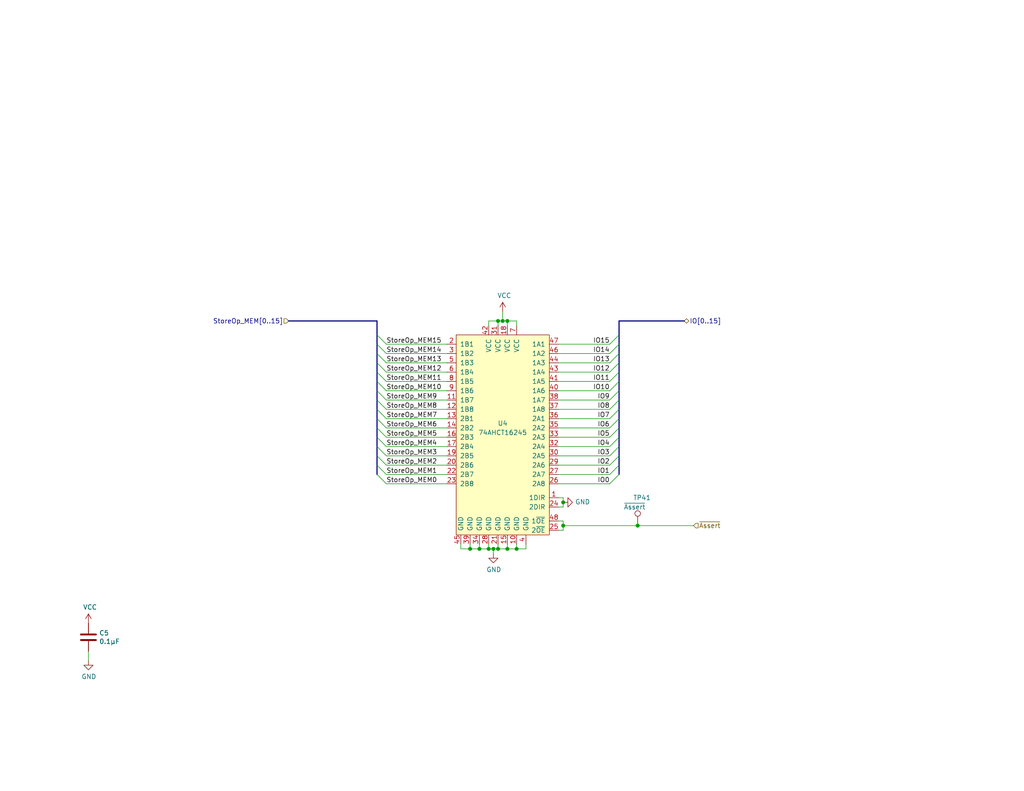
<source format=kicad_sch>
(kicad_sch (version 20250114) (generator "eeschema") (generator_version "9.0")
  (paper "USLetter")
  (title_block (title "MEM: Buffer StoreOp") (date "2023-11-07") (rev "D") (comment 3 "This allows peripheral devices to assert their own value to the bus during a Load.") (comment 4 "The store operand can be disconnected from the system memory bus via tristate outputs."))
  (lib_symbols
    (symbol "74xx (kicad5):74AHCT16245_ba" (pin_names (offset 1.016))
      (property "Reference" "U" (at 0 1.27 0))
      (property "Value" "74AHCT16245_ba" (at 0 -1.27 0))
      (symbol "74AHCT16245_ba_0_1"
        (rectangle (start -12.7 26.67) (end 12.7 -27.94) (fill (type background)))
      )
      (symbol "74AHCT16245_ba_1_1"
        (pin tri_state line (at -15.24 24.13 0) (length 2.54) (name "1A1") (number "47"))
        (pin tri_state line (at -15.24 21.59 0) (length 2.54) (name "1A2") (number "46"))
        (pin tri_state line (at -15.24 19.05 0) (length 2.54) (name "1A3") (number "44"))
        (pin tri_state line (at -15.24 16.51 0) (length 2.54) (name "1A4") (number "43"))
        (pin tri_state line (at -15.24 13.97 0) (length 2.54) (name "1A5") (number "41"))
        (pin tri_state line (at -15.24 11.43 0) (length 2.54) (name "1A6") (number "40"))
        (pin tri_state line (at -15.24 8.89 0) (length 2.54) (name "1A7") (number "38"))
        (pin tri_state line (at -15.24 6.35 0) (length 2.54) (name "1A8") (number "37"))
        (pin tri_state line (at -15.24 3.81 0) (length 2.54) (name "2A1") (number "36"))
        (pin tri_state line (at -15.24 1.27 0) (length 2.54) (name "2A2") (number "35"))
        (pin tri_state line (at -15.24 -1.27 0) (length 2.54) (name "2A3") (number "33"))
        (pin tri_state line (at -15.24 -3.81 0) (length 2.54) (name "2A4") (number "32"))
        (pin tri_state line (at -15.24 -6.35 0) (length 2.54) (name "2A5") (number "30"))
        (pin tri_state line (at -15.24 -8.89 0) (length 2.54) (name "2A6") (number "29"))
        (pin tri_state line (at -15.24 -11.43 0) (length 2.54) (name "2A7") (number "27"))
        (pin tri_state line (at -15.24 -13.97 0) (length 2.54) (name "2A8") (number "26"))
        (pin input line (at -15.24 -17.78 0) (length 2.54) (name "1DIR") (number "1"))
        (pin input line (at -15.24 -20.32 0) (length 2.54) (name "2DIR") (number "24"))
        (pin input line (at -15.24 -24.13 0) (length 2.54) (name "1~{OE}") (number "48"))
        (pin input line (at -15.24 -26.67 0) (length 2.54) (name "2~{OE}") (number "25"))
        (pin power_in line (at -6.35 -30.48 90) (length 2.54) (name "GND") (number "4"))
        (pin power_in line (at -3.81 29.21 270) (length 2.54) (name "VCC") (number "7"))
        (pin power_in line (at -3.81 -30.48 90) (length 2.54) (name "GND") (number "10"))
        (pin power_in line (at -1.27 29.21 270) (length 2.54) (name "VCC") (number "18"))
        (pin power_in line (at -1.27 -30.48 90) (length 2.54) (name "GND") (number "15"))
        (pin power_in line (at 1.27 29.21 270) (length 2.54) (name "VCC") (number "31"))
        (pin power_in line (at 1.27 -30.48 90) (length 2.54) (name "GND") (number "21"))
        (pin power_in line (at 3.81 29.21 270) (length 2.54) (name "VCC") (number "42"))
        (pin power_in line (at 3.81 -30.48 90) (length 2.54) (name "GND") (number "28"))
        (pin power_in line (at 6.35 -30.48 90) (length 2.54) (name "GND") (number "34"))
        (pin power_in line (at 8.89 -30.48 90) (length 2.54) (name "GND") (number "39"))
        (pin power_in line (at 11.43 -30.48 90) (length 2.54) (name "GND") (number "45"))
        (pin input line (at 15.24 24.13 180) (length 2.54) (name "1B1") (number "2"))
        (pin input line (at 15.24 21.59 180) (length 2.54) (name "1B2") (number "3"))
        (pin input line (at 15.24 19.05 180) (length 2.54) (name "1B3") (number "5"))
        (pin input line (at 15.24 16.51 180) (length 2.54) (name "1B4") (number "6"))
        (pin input line (at 15.24 13.97 180) (length 2.54) (name "1B5") (number "8"))
        (pin input line (at 15.24 11.43 180) (length 2.54) (name "1B6") (number "9"))
        (pin input line (at 15.24 8.89 180) (length 2.54) (name "1B7") (number "11"))
        (pin input line (at 15.24 6.35 180) (length 2.54) (name "1B8") (number "12"))
        (pin input line (at 15.24 3.81 180) (length 2.54) (name "2B1") (number "13"))
        (pin input line (at 15.24 1.27 180) (length 2.54) (name "2B2") (number "14"))
        (pin input line (at 15.24 -1.27 180) (length 2.54) (name "2B3") (number "16"))
        (pin input line (at 15.24 -3.81 180) (length 2.54) (name "2B4") (number "17"))
        (pin input line (at 15.24 -6.35 180) (length 2.54) (name "2B5") (number "19"))
        (pin input line (at 15.24 -8.89 180) (length 2.54) (name "2B6") (number "20"))
        (pin input line (at 15.24 -11.43 180) (length 2.54) (name "2B7") (number "22"))
        (pin input line (at 15.24 -13.97 180) (length 2.54) (name "2B8") (number "23"))
      )
    )
    (symbol "Connector:TestPoint" (pin_numbers (hide yes)) (pin_names (offset 0.762) (hide yes))
      (property "Reference" "TP" (at 0 6.858 0))
      (property "Value" "TestPoint" (at 0 5.08 0))
      (symbol "TestPoint_0_1"
        (circle (center 0 3.302) (radius 0.762))
      )
      (symbol "TestPoint_1_1"
        (pin passive line (at 0 0 90) (length 2.54) (name "1") (number "1"))
      )
    )
    (symbol "Device:C" (pin_numbers (hide yes)) (pin_names (offset 0.254))
      (property "Reference" "C" (at 0.635 2.54 0))
      (property "Value" "C" (at 0.635 -2.54 0))
      (symbol "C_0_1"
        (polyline (pts (xy -2.032 0.762) (xy 2.032 0.762)) (stroke (width 0.508)))
        (polyline (pts (xy -2.032 -0.762) (xy 2.032 -0.762)) (stroke (width 0.508)))
      )
      (symbol "C_1_1"
        (pin passive line (at 0 3.81 270) (length 2.794) (name "~") (number "1"))
        (pin passive line (at 0 -3.81 90) (length 2.794) (name "~") (number "2"))
      )
    )
    (symbol "power:GND" (power) (pin_names (offset 0))
      (property "Value" "GND" (at 0 -3.81 0))
      (symbol "GND_0_1"
        (polyline (pts (xy 0 0) (xy 0 -1.27) (xy 1.27 -1.27) (xy 0 -2.54) (xy -1.27 -1.27) (xy 0 -1.27)))
      )
      (symbol "GND_1_1"
        (pin power_in line (at 0 0 270) (length 0) (hide yes) (name "GND") (number "1"))
      )
    )
    (symbol "power:VCC" (power) (pin_names (offset 0))
      (property "Value" "VCC" (at 0 3.81 0))
      (symbol "VCC_0_1"
        (polyline (pts (xy -0.762 1.27) (xy 0 2.54)))
        (polyline (pts (xy 0 2.54) (xy 0.762 1.27)))
        (polyline (pts (xy 0 0) (xy 0 2.54)))
      )
      (symbol "VCC_1_1"
        (pin power_in line (at 0 0 90) (length 0) (hide yes) (name "VCC") (number "1"))
      )
    )
  )
  (junction (at 153.67 143.51))
  (junction (at 135.89 87.63))
  (junction (at 173.99 143.51))
  (junction (at 133.35 149.86))
  (junction (at 134.62 149.86))
  (junction (at 153.67 137.16))
  (junction (at 138.43 149.86))
  (junction (at 138.43 87.63))
  (junction (at 140.97 149.86))
  (junction (at 130.81 149.86))
  (junction (at 135.89 149.86))
  (junction (at 137.16 87.63))
  (junction (at 128.27 149.86))
  (bus_entry (at 105.41 111.76) (size -2.54 -2.54))
  (bus_entry (at 105.41 99.06) (size -2.54 -2.54))
  (bus_entry (at 166.37 111.76) (size 2.54 -2.54))
  (bus_entry (at 105.41 106.68) (size -2.54 -2.54))
  (bus_entry (at 166.37 116.84) (size 2.54 -2.54))
  (bus_entry (at 166.37 96.52) (size 2.54 -2.54))
  (bus_entry (at 105.41 114.3) (size -2.54 -2.54))
  (bus_entry (at 105.41 119.38) (size -2.54 -2.54))
  (bus_entry (at 166.37 121.92) (size 2.54 -2.54))
  (bus_entry (at 105.41 116.84) (size -2.54 -2.54))
  (bus_entry (at 166.37 106.68) (size 2.54 -2.54))
  (bus_entry (at 166.37 104.14) (size 2.54 -2.54))
  (bus_entry (at 105.41 121.92) (size -2.54 -2.54))
  (bus_entry (at 166.37 101.6) (size 2.54 -2.54))
  (bus_entry (at 166.37 132.08) (size 2.54 -2.54))
  (bus_entry (at 166.37 93.98) (size 2.54 -2.54))
  (bus_entry (at 166.37 114.3) (size 2.54 -2.54))
  (bus_entry (at 166.37 124.46) (size 2.54 -2.54))
  (bus_entry (at 105.41 101.6) (size -2.54 -2.54))
  (bus_entry (at 105.41 129.54) (size -2.54 -2.54))
  (bus_entry (at 166.37 119.38) (size 2.54 -2.54))
  (bus_entry (at 166.37 127) (size 2.54 -2.54))
  (bus_entry (at 105.41 124.46) (size -2.54 -2.54))
  (bus_entry (at 105.41 127) (size -2.54 -2.54))
  (bus_entry (at 105.41 93.98) (size -2.54 -2.54))
  (bus_entry (at 105.41 104.14) (size -2.54 -2.54))
  (bus_entry (at 105.41 132.08) (size -2.54 -2.54))
  (bus_entry (at 166.37 99.06) (size 2.54 -2.54))
  (bus_entry (at 105.41 96.52) (size -2.54 -2.54))
  (bus_entry (at 105.41 109.22) (size -2.54 -2.54))
  (bus_entry (at 166.37 129.54) (size 2.54 -2.54))
  (bus_entry (at 166.37 109.22) (size 2.54 -2.54))
  (wire (pts (xy 105.41 111.76) (xy 121.92 111.76)))
  (wire (pts (xy 135.89 148.59) (xy 135.89 149.86)))
  (wire (pts (xy 135.89 87.63) (xy 137.16 87.63)))
  (bus (pts (xy 168.91 109.22) (xy 168.91 111.76)))
  (wire (pts (xy 125.73 148.59) (xy 125.73 149.86)))
  (wire (pts (xy 166.37 101.6) (xy 152.4 101.6)))
  (wire (pts (xy 153.67 143.51) (xy 153.67 144.78)))
  (wire (pts (xy 166.37 109.22) (xy 152.4 109.22)))
  (wire (pts (xy 166.37 119.38) (xy 152.4 119.38)))
  (wire (pts (xy 153.67 142.24) (xy 153.67 143.51)))
  (wire (pts (xy 137.16 87.63) (xy 137.16 85.09)))
  (wire (pts (xy 152.4 135.89) (xy 153.67 135.89)))
  (wire (pts (xy 143.51 149.86) (xy 143.51 148.59)))
  (bus (pts (xy 168.91 127) (xy 168.91 129.54)))
  (wire (pts (xy 105.41 124.46) (xy 121.92 124.46)))
  (wire (pts (xy 105.41 101.6) (xy 121.92 101.6)))
  (wire (pts (xy 105.41 106.68) (xy 121.92 106.68)))
  (wire (pts (xy 138.43 149.86) (xy 140.97 149.86)))
  (wire (pts (xy 135.89 88.9) (xy 135.89 87.63)))
  (wire (pts (xy 105.41 132.08) (xy 121.92 132.08)))
  (wire (pts (xy 134.62 149.86) (xy 134.62 151.13)))
  (wire (pts (xy 153.67 143.51) (xy 173.99 143.51)))
  (wire (pts (xy 105.41 129.54) (xy 121.92 129.54)))
  (bus (pts (xy 102.87 87.63) (xy 78.74 87.63)))
  (bus (pts (xy 168.91 101.6) (xy 168.91 104.14)))
  (wire (pts (xy 140.97 148.59) (xy 140.97 149.86)))
  (wire (pts (xy 166.37 127) (xy 152.4 127)))
  (wire (pts (xy 166.37 116.84) (xy 152.4 116.84)))
  (bus (pts (xy 168.91 124.46) (xy 168.91 127)))
  (wire (pts (xy 134.62 149.86) (xy 135.89 149.86)))
  (bus (pts (xy 102.87 96.52) (xy 102.87 99.06)))
  (wire (pts (xy 166.37 114.3) (xy 152.4 114.3)))
  (wire (pts (xy 128.27 149.86) (xy 130.81 149.86)))
  (bus (pts (xy 102.87 124.46) (xy 102.87 127)))
  (wire (pts (xy 130.81 148.59) (xy 130.81 149.86)))
  (wire (pts (xy 153.67 144.78) (xy 152.4 144.78)))
  (bus (pts (xy 102.87 114.3) (xy 102.87 116.84)))
  (bus (pts (xy 102.87 119.38) (xy 102.87 121.92)))
  (bus (pts (xy 102.87 104.14) (xy 102.87 106.68)))
  (bus (pts (xy 168.91 104.14) (xy 168.91 106.68)))
  (bus (pts (xy 102.87 91.44) (xy 102.87 93.98)))
  (wire (pts (xy 153.67 138.43) (xy 152.4 138.43)))
  (bus (pts (xy 168.91 116.84) (xy 168.91 119.38)))
  (bus (pts (xy 102.87 99.06) (xy 102.87 101.6)))
  (bus (pts (xy 102.87 116.84) (xy 102.87 119.38)))
  (bus (pts (xy 168.91 106.68) (xy 168.91 109.22)))
  (wire (pts (xy 105.41 119.38) (xy 121.92 119.38)))
  (bus (pts (xy 168.91 87.63) (xy 168.91 91.44)))
  (wire (pts (xy 105.41 116.84) (xy 121.92 116.84)))
  (wire (pts (xy 166.37 99.06) (xy 152.4 99.06)))
  (wire (pts (xy 105.41 104.14) (xy 121.92 104.14)))
  (wire (pts (xy 153.67 137.16) (xy 153.67 138.43)))
  (bus (pts (xy 168.91 96.52) (xy 168.91 99.06)))
  (wire (pts (xy 105.41 93.98) (xy 121.92 93.98)))
  (wire (pts (xy 166.37 93.98) (xy 152.4 93.98)))
  (wire (pts (xy 133.35 87.63) (xy 135.89 87.63)))
  (bus (pts (xy 102.87 109.22) (xy 102.87 111.76)))
  (wire (pts (xy 105.41 96.52) (xy 121.92 96.52)))
  (bus (pts (xy 102.87 111.76) (xy 102.87 114.3)))
  (wire (pts (xy 138.43 87.63) (xy 140.97 87.63)))
  (bus (pts (xy 102.87 121.92) (xy 102.87 124.46)))
  (bus (pts (xy 168.91 93.98) (xy 168.91 96.52)))
  (bus (pts (xy 168.91 121.92) (xy 168.91 124.46)))
  (bus (pts (xy 102.87 101.6) (xy 102.87 104.14)))
  (wire (pts (xy 105.41 99.06) (xy 121.92 99.06)))
  (wire (pts (xy 133.35 149.86) (xy 134.62 149.86)))
  (wire (pts (xy 105.41 127) (xy 121.92 127)))
  (wire (pts (xy 133.35 148.59) (xy 133.35 149.86)))
  (wire (pts (xy 166.37 104.14) (xy 152.4 104.14)))
  (bus (pts (xy 168.91 87.63) (xy 186.69 87.63)))
  (wire (pts (xy 166.37 96.52) (xy 152.4 96.52)))
  (wire (pts (xy 138.43 87.63) (xy 138.43 88.9)))
  (wire (pts (xy 166.37 132.08) (xy 152.4 132.08)))
  (bus (pts (xy 102.87 87.63) (xy 102.87 91.44)))
  (bus (pts (xy 102.87 106.68) (xy 102.87 109.22)))
  (bus (pts (xy 168.91 91.44) (xy 168.91 93.98)))
  (wire (pts (xy 166.37 106.68) (xy 152.4 106.68)))
  (wire (pts (xy 133.35 88.9) (xy 133.35 87.63)))
  (wire (pts (xy 125.73 149.86) (xy 128.27 149.86)))
  (wire (pts (xy 140.97 149.86) (xy 143.51 149.86)))
  (bus (pts (xy 168.91 119.38) (xy 168.91 121.92)))
  (wire (pts (xy 166.37 121.92) (xy 152.4 121.92)))
  (wire (pts (xy 128.27 148.59) (xy 128.27 149.86)))
  (wire (pts (xy 138.43 148.59) (xy 138.43 149.86)))
  (wire (pts (xy 137.16 87.63) (xy 138.43 87.63)))
  (bus (pts (xy 102.87 127) (xy 102.87 129.54)))
  (wire (pts (xy 24.13 180.34) (xy 24.13 177.8)))
  (wire (pts (xy 105.41 114.3) (xy 121.92 114.3)))
  (bus (pts (xy 102.87 93.98) (xy 102.87 96.52)))
  (bus (pts (xy 168.91 114.3) (xy 168.91 116.84)))
  (wire (pts (xy 166.37 124.46) (xy 152.4 124.46)))
  (wire (pts (xy 153.67 135.89) (xy 153.67 137.16)))
  (wire (pts (xy 173.99 143.51) (xy 189.23 143.51)))
  (wire (pts (xy 166.37 129.54) (xy 152.4 129.54)))
  (wire (pts (xy 130.81 149.86) (xy 133.35 149.86)))
  (wire (pts (xy 140.97 87.63) (xy 140.97 88.9)))
  (bus (pts (xy 168.91 111.76) (xy 168.91 114.3)))
  (wire (pts (xy 152.4 142.24) (xy 153.67 142.24)))
  (bus (pts (xy 168.91 99.06) (xy 168.91 101.6)))
  (wire (pts (xy 105.41 121.92) (xy 121.92 121.92)))
  (wire (pts (xy 166.37 111.76) (xy 152.4 111.76)))
  (wire (pts (xy 105.41 109.22) (xy 121.92 109.22)))
  (wire (pts (xy 135.89 149.86) (xy 138.43 149.86)))
  (label "StoreOp_MEM9" (at 105.41 109.22 0))
  (label "IO0" (at 166.37 132.08 180))
  (label "StoreOp_MEM7" (at 105.41 114.3 0))
  (label "StoreOp_MEM11" (at 105.41 104.14 0))
  (label "StoreOp_MEM1" (at 105.41 129.54 0))
  (label "StoreOp_MEM10" (at 105.41 106.68 0))
  (label "IO15" (at 166.37 93.98 180))
  (label "IO13" (at 166.37 99.06 180))
  (label "IO8" (at 166.37 111.76 180))
  (label "IO12" (at 166.37 101.6 180))
  (label "StoreOp_MEM12" (at 105.41 101.6 0))
  (label "IO4" (at 166.37 121.92 180))
  (label "StoreOp_MEM15" (at 105.41 93.98 0))
  (label "StoreOp_MEM4" (at 105.41 121.92 0))
  (label "IO6" (at 166.37 116.84 180))
  (label "StoreOp_MEM8" (at 105.41 111.76 0))
  (label "IO2" (at 166.37 127 180))
  (label "StoreOp_MEM13" (at 105.41 99.06 0))
  (label "StoreOp_MEM3" (at 105.41 124.46 0))
  (label "IO1" (at 166.37 129.54 180))
  (label "StoreOp_MEM2" (at 105.41 127 0))
  (label "StoreOp_MEM0" (at 105.41 132.08 0))
  (label "IO5" (at 166.37 119.38 180))
  (label "IO7" (at 166.37 114.3 180))
  (label "IO14" (at 166.37 96.52 180))
  (label "StoreOp_MEM14" (at 105.41 96.52 0))
  (label "IO10" (at 166.37 106.68 180))
  (label "StoreOp_MEM5" (at 105.41 119.38 0))
  (label "IO11" (at 166.37 104.14 180))
  (label "IO9" (at 166.37 109.22 180))
  (label "IO3" (at 166.37 124.46 180))
  (label "StoreOp_MEM6" (at 105.41 116.84 0))
  (hierarchical_label "StoreOp_MEM[0..15]" (shape input) (at 78.74 87.63 180))
  (hierarchical_label "~{Assert}" (shape input) (at 189.23 143.51 0))
  (hierarchical_label "IO[0..15]" (shape tri_state) (at 186.69 87.63 0))
  (symbol (lib_id "Device:C") (at 24.13 173.99 0) (unit 1)
    (property "Reference" "C5" (at 27.051 172.8216 0) (effects (justify left)))
    (property "Value" "0.1μF" (at 27.051 175.133 0) (effects (justify left)))
    (property "Footprint" "Capacitor_SMD:C_0603_1608Metric_Pad1.08x0.95mm_HandSolder" (effects (hide yes)))
    (property "Mouser" "https://www.mouser.com/ProductDetail/963-EMK107B7104KAHT" (effects (hide yes)))
  )
  (symbol (lib_id "power:VCC") (at 24.13 170.18 0) (unit 1)
    (property "Reference" "#PWR086" (effects (hide yes)))
    (property "Value" "VCC" (at 24.5618 165.7858 0))
  )
  (symbol (lib_id "power:GND") (at 24.13 180.34 0) (unit 1)
    (property "Reference" "#PWR087" (effects (hide yes)))
    (property "Value" "GND" (at 24.257 184.7342 0))
  )
  (symbol (lib_id "power:GND") (at 134.62 151.13 0) (unit 1)
    (property "Reference" "#PWR088" (effects (hide yes)))
    (property "Value" "GND" (at 134.747 155.5242 0))
  )
  (symbol (lib_id "power:VCC") (at 137.16 85.09 0) (unit 1)
    (property "Reference" "#PWR089" (effects (hide yes)))
    (property "Value" "VCC" (at 137.5918 80.6958 0))
  )
  (symbol (lib_id "74xx (kicad5):74AHCT16245_ba") (at 137.16 118.11 0) (mirror y) (unit 1)
    (property "Reference" "U4" (at 137.16 115.57 0))
    (property "Value" "74AHCT16245" (at 137.16 118.11 0))
    (property "Footprint" "Package_SO:TSSOP-48_6.1x12.5mm_P0.5mm" (effects (hide yes)))
    (property "Datasheet" "https://www.ti.com/lit/ds/symlink/sn74ahct16245.pdf?HQS=dis-mous-null-mousermode-dsf-pf-null-wwe&ts=1617319205092" (effects (hide yes)))
    (property "Mouser" "https://www.mouser.com/ProductDetail/Texas-Instruments/74AHCT16245DLRG4?qs=%2Fha2pyFaduixTLlQ%252B3rIFW8KDPMe6E5CxoQ2Fc519Y9S5BWJ%252B%2FVWeIYQshP1VtN3&utm_source=octopart&utm_medium=aggregator&utm_campaign=595-74AHCT16245DLRG4&utm_content=Texas%20Instruments" (effects (hide yes)))
  )
  (symbol (lib_id "power:GND") (at 153.67 137.16 90) (unit 1)
    (property "Reference" "#PWR090" (effects (hide yes)))
    (property "Value" "GND" (at 156.9212 137.033 90) (effects (justify right)))
  )
  (symbol (lib_id "Connector:TestPoint") (at 173.99 143.51 0) (unit 1)
    (property "Reference" "TP41" (at 172.72 135.89 0) (effects (justify left)))
    (property "Value" "~{Assert}" (at 170.18 138.43 0) (effects (justify left)))
    (property "Footprint" "TestPoint:TestPoint_Pad_D1.0mm" (effects (hide yes)))
  )
)
</source>
